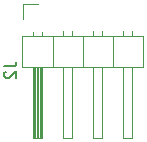
<source format=gbr>
G04 #@! TF.GenerationSoftware,KiCad,Pcbnew,5.1.7-a382d34a8~88~ubuntu18.04.1*
G04 #@! TF.CreationDate,2021-08-02T14:04:30-07:00*
G04 #@! TF.ProjectId,tumbler_gen3,74756d62-6c65-4725-9f67-656e332e6b69,V1.7*
G04 #@! TF.SameCoordinates,Original*
G04 #@! TF.FileFunction,Legend,Bot*
G04 #@! TF.FilePolarity,Positive*
%FSLAX46Y46*%
G04 Gerber Fmt 4.6, Leading zero omitted, Abs format (unit mm)*
G04 Created by KiCad (PCBNEW 5.1.7-a382d34a8~88~ubuntu18.04.1) date 2021-08-02 14:04:30*
%MOMM*%
%LPD*%
G01*
G04 APERTURE LIST*
%ADD10C,0.120000*%
%ADD11C,0.150000*%
G04 APERTURE END LIST*
D10*
X210312000Y-162306000D02*
X210312000Y-163576000D01*
X211582000Y-162306000D02*
X210312000Y-162306000D01*
X219582000Y-164618929D02*
X219582000Y-165016000D01*
X218822000Y-164618929D02*
X218822000Y-165016000D01*
X219582000Y-173676000D02*
X219582000Y-167676000D01*
X218822000Y-173676000D02*
X219582000Y-173676000D01*
X218822000Y-167676000D02*
X218822000Y-173676000D01*
X217932000Y-165016000D02*
X217932000Y-167676000D01*
X217042000Y-164618929D02*
X217042000Y-165016000D01*
X216282000Y-164618929D02*
X216282000Y-165016000D01*
X217042000Y-173676000D02*
X217042000Y-167676000D01*
X216282000Y-173676000D02*
X217042000Y-173676000D01*
X216282000Y-167676000D02*
X216282000Y-173676000D01*
X215392000Y-165016000D02*
X215392000Y-167676000D01*
X214502000Y-164618929D02*
X214502000Y-165016000D01*
X213742000Y-164618929D02*
X213742000Y-165016000D01*
X214502000Y-173676000D02*
X214502000Y-167676000D01*
X213742000Y-173676000D02*
X214502000Y-173676000D01*
X213742000Y-167676000D02*
X213742000Y-173676000D01*
X212852000Y-165016000D02*
X212852000Y-167676000D01*
X211962000Y-164686000D02*
X211962000Y-165016000D01*
X211202000Y-164686000D02*
X211202000Y-165016000D01*
X211862000Y-167676000D02*
X211862000Y-173676000D01*
X211742000Y-167676000D02*
X211742000Y-173676000D01*
X211622000Y-167676000D02*
X211622000Y-173676000D01*
X211502000Y-167676000D02*
X211502000Y-173676000D01*
X211382000Y-167676000D02*
X211382000Y-173676000D01*
X211262000Y-167676000D02*
X211262000Y-173676000D01*
X211962000Y-173676000D02*
X211962000Y-167676000D01*
X211202000Y-173676000D02*
X211962000Y-173676000D01*
X211202000Y-167676000D02*
X211202000Y-173676000D01*
X210252000Y-167676000D02*
X210252000Y-165016000D01*
X220532000Y-167676000D02*
X210252000Y-167676000D01*
X220532000Y-165016000D02*
X220532000Y-167676000D01*
X210252000Y-165016000D02*
X220532000Y-165016000D01*
D11*
X208764380Y-167627666D02*
X209478666Y-167627666D01*
X209621523Y-167580047D01*
X209716761Y-167484809D01*
X209764380Y-167341952D01*
X209764380Y-167246714D01*
X208859619Y-168056238D02*
X208812000Y-168103857D01*
X208764380Y-168199095D01*
X208764380Y-168437190D01*
X208812000Y-168532428D01*
X208859619Y-168580047D01*
X208954857Y-168627666D01*
X209050095Y-168627666D01*
X209192952Y-168580047D01*
X209764380Y-168008619D01*
X209764380Y-168627666D01*
M02*

</source>
